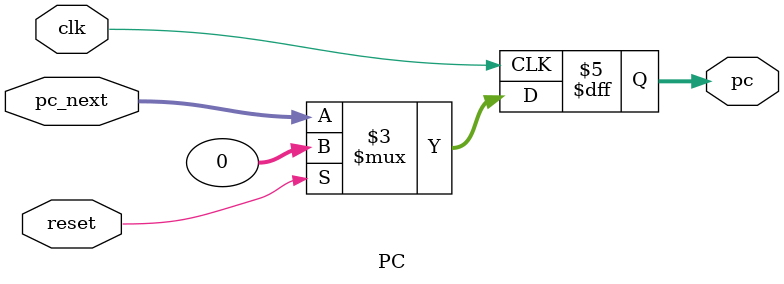
<source format=sv>
`timescale 1ns / 1ps


module PC (// #(parameter size = 1024 )(
input logic clk,
input logic reset,
input logic [31:0]pc_next,
output logic [31:0]pc
    );
    
//logic [$clog2(size*4)-1:0]pc_next;
  always_ff @(posedge clk)    
    begin
            if(reset)  
            begin  
              pc <= 32'b0; 
            end 
            else begin
                pc <= pc_next; 
            end
    end

endmodule
</source>
